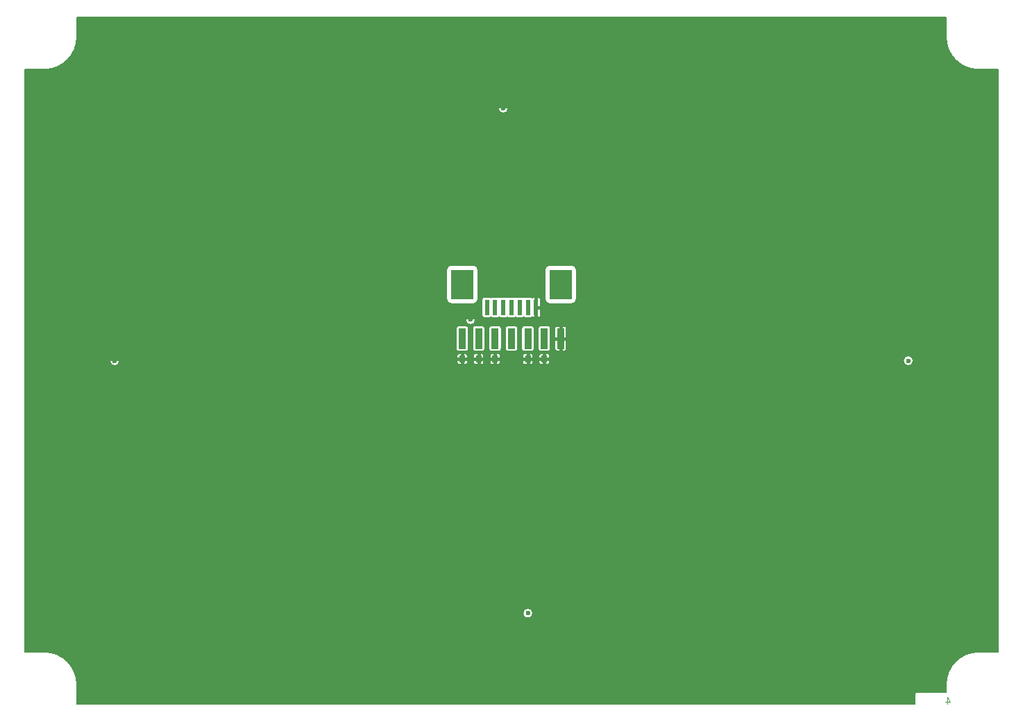
<source format=gbr>
G04 GENERATED BY PULSONIX 7.0 GERBER.DLL 4573*
%INHILLSTAR_95X60_4LAYER_EL_V1_0_2*%
%LNGERBER_BOTTOM*%
%FSLAX33Y33*%
%IPPOS*%
%LPD*%
%OFA0B0*%
%MOMM*%
%ADD15C,0.125*%
%ADD90R,0.762X0.813*%
%ADD145C,0.400*%
%ADD180C,0.600*%
%ADD345C,0.150*%
%ADD403R,0.600X1.900*%
%ADD410R,2.700X3.600*%
%ADD5672R,0.900X2.500*%
X0Y0D02*
D02*
D15*
X183473Y87152D02*
X183473Y88034D01*
X183841Y87446*
X183252*
D02*
D90*
X124291Y129256D03*
X126291D03*
X128291D03*
X132291D03*
X134291D03*
D02*
D145*
X124110D02*
X123510D01*
X124291Y129050D02*
Y128450D01*
Y129256D02*
Y129938D01*
X124472Y129256D02*
X125072D01*
X126110D02*
X125510D01*
X126291Y129050D02*
Y128450D01*
Y129256D02*
Y129938D01*
X126472Y129256D02*
X127072D01*
X128110D02*
X127510D01*
X128291Y129050D02*
Y128450D01*
Y129256D02*
Y129938D01*
X128472Y129256D02*
X129072D01*
X132110D02*
X131510D01*
X132291Y129050D02*
Y128450D01*
Y129256D02*
Y129938D01*
X132472Y129256D02*
X133072D01*
X133291Y134806D02*
Y134206D01*
Y136306D02*
Y136906D01*
X133391Y135556D02*
X133991D01*
X134110Y129256D02*
X133510D01*
X134291Y129050D02*
Y128450D01*
Y129256D02*
Y130031D01*
X134472Y129256D02*
X135072D01*
X136041Y131756D02*
X135441D01*
X136291Y130706D02*
Y130106D01*
Y132806D02*
Y133406D01*
X136541Y131756D02*
X137141D01*
D02*
D180*
X81891Y129056D03*
X124291Y131056D03*
Y132456D03*
X125291Y134056D03*
X126291Y131056D03*
X127291Y135556D03*
X128291Y132456D03*
Y135556D03*
X129291D03*
Y159856D03*
X130291Y131056D03*
Y132456D03*
Y135556D03*
X131291D03*
X132291Y98256D03*
Y132456D03*
Y135556D03*
X134291Y131056D03*
X136291D03*
Y132456D03*
X178691Y129056D03*
D02*
D345*
X70941Y164556D02*
Y93556D01*
X73291*
G75*
G02X77291Y89556J-4000*
G01*
Y87206*
X179491*
Y88431*
G75*
G02X179691Y88631I200*
G01*
X183291*
Y89556*
G75*
G02X187291Y93556I4000*
G01*
X189641*
Y164556*
X187291*
G75*
G02X183291Y168556J4000*
G01*
Y170906*
X77291*
Y168556*
G75*
G02X73291Y164556I-4000*
G01*
X70941*
X81266Y129056D02*
G75*
G02X82516I625D01*
G01*
G75*
G02X81266I-625*
G01*
X122366Y136556D02*
Y140156D01*
G75*
G02X122941Y140731I575*
G01*
X125641*
G75*
G02X126216Y140156J-575*
G01*
Y136556*
G75*
G02X125641Y135981I-575*
G01*
X122941*
G75*
G02X122366Y136556J575*
G01*
X123516Y130506D02*
Y133006D01*
G75*
G02X123841Y133331I325*
G01*
X124741*
G75*
G02X125066Y133006J-325*
G01*
Y130506*
G75*
G02X124741Y130181I-325*
G01*
X123841*
G75*
G02X123516Y130506J325*
G01*
X123635Y129663D02*
G75*
G02X123910Y129938I275D01*
G01*
X124672*
G75*
G02X124947Y129663J-275*
G01*
Y128850*
G75*
G02X124672Y128575I-275*
G01*
X123910*
G75*
G02X123635Y128850J275*
G01*
Y129663*
X124666Y134056D02*
G75*
G02X125916I625D01*
G01*
G75*
G02X124666I-625*
G01*
X125516Y130506D02*
Y133006D01*
G75*
G02X125841Y133331I325*
G01*
X126741*
G75*
G02X127066Y133006J-325*
G01*
Y130506*
G75*
G02X126741Y130181I-325*
G01*
X125841*
G75*
G02X125516Y130506J325*
G01*
X125635Y129663D02*
G75*
G02X125910Y129938I275D01*
G01*
X126672*
G75*
G02X126947Y129663J-275*
G01*
Y128850*
G75*
G02X126672Y128575I-275*
G01*
X125910*
G75*
G02X125635Y128850J275*
G01*
Y129663*
X126666Y134606D02*
Y136506D01*
G75*
G02X126991Y136831I325*
G01*
X127591*
G75*
G02X127791Y136762J-325*
G01*
G75*
G02X127991Y136831I200J-256*
G01*
X128591*
G75*
G02X128791Y136762J-325*
G01*
G75*
G02X128991Y136831I200J-256*
G01*
X129591*
G75*
G02X129791Y136762J-325*
G01*
G75*
G02X129991Y136831I200J-256*
G01*
X130591*
G75*
G02X130791Y136762J-325*
G01*
G75*
G02X130991Y136831I200J-256*
G01*
X131591*
G75*
G02X131791Y136762J-325*
G01*
G75*
G02X131991Y136831I200J-256*
G01*
X132591*
G75*
G02X132828Y136728J-324*
G01*
G75*
G02X132991Y136781I163J-223*
G01*
X133591*
G75*
G02X133866Y136506J-275*
G01*
Y134606*
G75*
G02X133591Y134331I-275*
G01*
X132991*
G75*
G02X132828Y134384J276*
G01*
G75*
G02X132591Y134281I-237J221*
G01*
X131991*
G75*
G02X131791Y134350J325*
G01*
G75*
G02X131591Y134281I-200J256*
G01*
X130991*
G75*
G02X130791Y134350J325*
G01*
G75*
G02X130591Y134281I-200J256*
G01*
X129991*
G75*
G02X129791Y134350J325*
G01*
G75*
G02X129591Y134281I-200J256*
G01*
X128991*
G75*
G02X128791Y134350J325*
G01*
G75*
G02X128591Y134281I-200J256*
G01*
X127991*
G75*
G02X127791Y134350J325*
G01*
G75*
G02X127591Y134281I-200J256*
G01*
X126991*
G75*
G02X126666Y134606J325*
G01*
X127516Y130506D02*
Y133006D01*
G75*
G02X127841Y133331I325*
G01*
X128741*
G75*
G02X129066Y133006J-325*
G01*
Y130506*
G75*
G02X128741Y130181I-325*
G01*
X127841*
G75*
G02X127516Y130506J325*
G01*
X127635Y129663D02*
G75*
G02X127910Y129938I275D01*
G01*
X128672*
G75*
G02X128947Y129663J-275*
G01*
Y128850*
G75*
G02X128672Y128575I-275*
G01*
X127910*
G75*
G02X127635Y128850J275*
G01*
Y129663*
X128666Y159856D02*
G75*
G02X129916I625D01*
G01*
G75*
G02X128666I-625*
G01*
X129516Y130506D02*
Y133006D01*
G75*
G02X129841Y133331I325*
G01*
X130741*
G75*
G02X131066Y133006J-325*
G01*
Y130506*
G75*
G02X130741Y130181I-325*
G01*
X129841*
G75*
G02X129516Y130506J325*
G01*
X131516D02*
Y133006D01*
G75*
G02X131841Y133331I325*
G01*
X132741*
G75*
G02X133066Y133006J-325*
G01*
Y130506*
G75*
G02X132741Y130181I-325*
G01*
X131841*
G75*
G02X131516Y130506J325*
G01*
X131635Y129663D02*
G75*
G02X131910Y129938I275D01*
G01*
X132672*
G75*
G02X132947Y129663J-275*
G01*
Y128850*
G75*
G02X132672Y128575I-275*
G01*
X131910*
G75*
G02X131635Y128850J275*
G01*
Y129663*
X131666Y98256D02*
G75*
G02X132916I625D01*
G01*
G75*
G02X131666I-625*
G01*
X133516Y130506D02*
Y133006D01*
G75*
G02X133841Y133331I325*
G01*
X134741*
G75*
G02X135066Y133006J-325*
G01*
Y130506*
G75*
G02X134741Y130181I-325*
G01*
X133841*
G75*
G02X133516Y130506J325*
G01*
X133635Y129663D02*
G75*
G02X133910Y129938I275D01*
G01*
X134672*
G75*
G02X134947Y129663J-275*
G01*
Y128850*
G75*
G02X134672Y128575I-275*
G01*
X133910*
G75*
G02X133635Y128850J275*
G01*
Y129663*
X134366Y136556D02*
Y140156D01*
G75*
G02X134941Y140731I575*
G01*
X137641*
G75*
G02X138216Y140156J-575*
G01*
Y136556*
G75*
G02X137641Y135981I-575*
G01*
X134941*
G75*
G02X134366Y136556J575*
G01*
X135566Y130506D02*
Y133006D01*
G75*
G02X135841Y133281I275*
G01*
X136741*
G75*
G02X137016Y133006J-275*
G01*
Y130506*
G75*
G02X136741Y130231I-275*
G01*
X135841*
G75*
G02X135566Y130506J275*
G01*
X178066Y129056D02*
G75*
G02X179316I625D01*
G01*
G75*
G02X178066I-625*
G01*
X70941D02*
G36*
Y98256D01*
X131666*
G75*
G02X132916I625*
G01*
X189641*
Y129056*
X179316*
G75*
G02X178066I-625*
G01*
X134947*
Y128850*
G75*
G02X134672Y128575I-275*
G01*
X133910*
G75*
G02X133635Y128850J275*
G01*
Y129056*
X132947*
Y128850*
G75*
G02X132672Y128575I-275*
G01*
X131910*
G75*
G02X131635Y128850J275*
G01*
Y129056*
X128947*
Y128850*
G75*
G02X128672Y128575I-275*
G01*
X127910*
G75*
G02X127635Y128850J275*
G01*
Y129056*
X126947*
Y128850*
G75*
G02X126672Y128575I-275*
G01*
X125910*
G75*
G02X125635Y128850J275*
G01*
Y129056*
X124947*
Y128850*
G75*
G02X124672Y128575I-275*
G01*
X123910*
G75*
G02X123635Y128850J275*
G01*
Y129056*
X82516*
G75*
G02X81266I-625*
G01*
X70941*
G37*
X81266D02*
G36*
G75*
G02X82516I625D01*
G01*
X123635*
Y129663*
G75*
G02X123910Y129938I275*
G01*
X124672*
G75*
G02X124947Y129663J-275*
G01*
Y129056*
X125635*
Y129663*
G75*
G02X125910Y129938I275*
G01*
X126672*
G75*
G02X126947Y129663J-275*
G01*
Y129056*
X127635*
Y129663*
G75*
G02X127910Y129938I275*
G01*
X128672*
G75*
G02X128947Y129663J-275*
G01*
Y129056*
X131635*
Y129663*
G75*
G02X131910Y129938I275*
G01*
X132672*
G75*
G02X132947Y129663J-275*
G01*
Y129056*
X133635*
Y129663*
G75*
G02X133910Y129938I275*
G01*
X134672*
G75*
G02X134947Y129663J-275*
G01*
Y129056*
X178066*
G75*
G02X179316I625*
G01*
X189641*
Y131756*
X137016*
Y130506*
G75*
G02X136741Y130231I-275*
G01*
X135841*
G75*
G02X135566Y130506J275*
G01*
Y131756*
X135066*
Y130506*
G75*
G02X134741Y130181I-325*
G01*
X133841*
G75*
G02X133516Y130506J325*
G01*
Y131756*
X133066*
Y130506*
G75*
G02X132741Y130181I-325*
G01*
X131841*
G75*
G02X131516Y130506J325*
G01*
Y131756*
X131066*
Y130506*
G75*
G02X130741Y130181I-325*
G01*
X129841*
G75*
G02X129516Y130506J325*
G01*
Y131756*
X129066*
Y130506*
G75*
G02X128741Y130181I-325*
G01*
X127841*
G75*
G02X127516Y130506J325*
G01*
Y131756*
X127066*
Y130506*
G75*
G02X126741Y130181I-325*
G01*
X125841*
G75*
G02X125516Y130506J325*
G01*
Y131756*
X125066*
Y130506*
G75*
G02X124741Y130181I-325*
G01*
X123841*
G75*
G02X123516Y130506J325*
G01*
Y131756*
X70941*
Y129056*
X81266*
G37*
X70941Y138356D02*
G36*
Y135556D01*
X126666*
Y136506*
G75*
G02X126991Y136831I325*
G01*
X127591*
G75*
G02X127791Y136762J-325*
G01*
G75*
G02X127991Y136831I200J-256*
G01*
X128591*
G75*
G02X128791Y136762J-325*
G01*
G75*
G02X128991Y136831I200J-256*
G01*
X129591*
G75*
G02X129791Y136762J-325*
G01*
G75*
G02X129991Y136831I200J-256*
G01*
X130591*
G75*
G02X130791Y136762J-325*
G01*
G75*
G02X130991Y136831I200J-256*
G01*
X131591*
G75*
G02X131791Y136762J-325*
G01*
G75*
G02X131991Y136831I200J-256*
G01*
X132591*
G75*
G02X132828Y136728J-324*
G01*
G75*
G02X132991Y136781I163J-223*
G01*
X133591*
G75*
G02X133866Y136506J-275*
G01*
Y135556*
X189641*
Y138356*
X138216*
Y136556*
G75*
G02X137641Y135981I-575*
G01*
X134941*
G75*
G02X134366Y136556J575*
G01*
Y138356*
X126216*
Y136556*
G75*
G02X125641Y135981I-575*
G01*
X122941*
G75*
G02X122366Y136556J575*
G01*
Y138356*
X70941*
G37*
X122366D02*
G36*
Y140156D01*
G75*
G02X122941Y140731I575*
G01*
X125641*
G75*
G02X126216Y140156J-575*
G01*
Y138356*
X134366*
Y140156*
G75*
G02X134941Y140731I575*
G01*
X137641*
G75*
G02X138216Y140156J-575*
G01*
Y138356*
X189641*
Y159856*
X129916*
G75*
G02X128666I-625*
G01*
X70941*
Y138356*
X122366*
G37*
X123516Y131756D02*
G36*
Y133006D01*
G75*
G02X123841Y133331I325*
G01*
X124741*
G75*
G02X125066Y133006J-325*
G01*
Y131756*
X125516*
Y133006*
G75*
G02X125841Y133331I325*
G01*
X126741*
G75*
G02X127066Y133006J-325*
G01*
Y131756*
X127516*
Y133006*
G75*
G02X127841Y133331I325*
G01*
X128741*
G75*
G02X129066Y133006J-325*
G01*
Y131756*
X129516*
Y133006*
G75*
G02X129841Y133331I325*
G01*
X130741*
G75*
G02X131066Y133006J-325*
G01*
Y131756*
X131516*
Y133006*
G75*
G02X131841Y133331I325*
G01*
X132741*
G75*
G02X133066Y133006J-325*
G01*
Y131756*
X133516*
Y133006*
G75*
G02X133841Y133331I325*
G01*
X134741*
G75*
G02X135066Y133006J-325*
G01*
Y131756*
X135566*
Y133006*
G75*
G02X135841Y133281I275*
G01*
X136741*
G75*
G02X137016Y133006J-275*
G01*
Y131756*
X189641*
Y134056*
X125916*
G75*
G02X124666I-625*
G01*
X70941*
Y131756*
X123516*
G37*
X124666Y134056D02*
G36*
G75*
G02X125916I625D01*
G01*
X189641*
Y135556*
X133866*
Y134606*
G75*
G02X133591Y134331I-275*
G01*
X132991*
G75*
G02X132828Y134384J276*
G01*
G75*
G02X132591Y134281I-237J221*
G01*
X131991*
G75*
G02X131791Y134350J325*
G01*
G75*
G02X131591Y134281I-200J256*
G01*
X130991*
G75*
G02X130791Y134350J325*
G01*
G75*
G02X130591Y134281I-200J256*
G01*
X129991*
G75*
G02X129791Y134350J325*
G01*
G75*
G02X129591Y134281I-200J256*
G01*
X128991*
G75*
G02X128791Y134350J325*
G01*
G75*
G02X128591Y134281I-200J256*
G01*
X127991*
G75*
G02X127791Y134350J325*
G01*
G75*
G02X127591Y134281I-200J256*
G01*
X126991*
G75*
G02X126666Y134606J325*
G01*
Y135556*
X70941*
Y134056*
X124666*
G37*
X128666Y159856D02*
G36*
G75*
G02X129916I625D01*
G01*
X189641*
Y164556*
X187291*
G75*
G02X183291Y168556J4000*
G01*
Y170906*
X77291*
Y168556*
G75*
G02X73291Y164556I-4000*
G01*
X70941*
Y159856*
X128666*
G37*
X70941Y98256D02*
G36*
Y93556D01*
X73291*
G75*
G02X77291Y89556J-4000*
G01*
Y87206*
X179491*
Y88431*
G75*
G02X179691Y88631I200*
G01*
X183291*
Y89556*
G75*
G02X187291Y93556I4000*
G01*
X189641*
Y98256*
X132916*
G75*
G02X131666I-625*
G01*
X70941*
G37*
X127291Y135556D02*
*
D403*
D03*
X128291D03*
X129291D03*
X130291D03*
X131291D03*
X132291D03*
X133291D03*
D02*
D410*
X124291Y138356D03*
X136291D03*
D02*
D5672*
X124291Y131756D03*
X126291D03*
X128291D03*
X130291D03*
X132291D03*
X134291D03*
X136291D03*
X0Y0D02*
M02*

</source>
